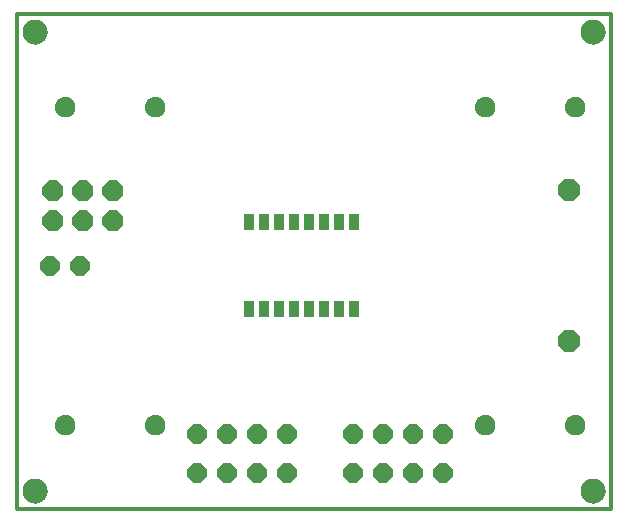
<source format=gbs>
G75*
%MOIN*%
%OFA0B0*%
%FSLAX25Y25*%
%IPPOS*%
%LPD*%
%AMOC8*
5,1,8,0,0,1.08239X$1,22.5*
%
%ADD10C,0.00000*%
%ADD11C,0.08274*%
%ADD12C,0.01200*%
%ADD13OC8,0.06400*%
%ADD14C,0.03500*%
%ADD15OC8,0.07000*%
%ADD16OC8,0.07400*%
%ADD17R,0.03400X0.05400*%
D10*
X0003863Y0007800D02*
X0003865Y0007925D01*
X0003871Y0008050D01*
X0003881Y0008174D01*
X0003895Y0008298D01*
X0003912Y0008422D01*
X0003934Y0008545D01*
X0003960Y0008667D01*
X0003989Y0008789D01*
X0004022Y0008909D01*
X0004060Y0009028D01*
X0004100Y0009147D01*
X0004145Y0009263D01*
X0004193Y0009378D01*
X0004245Y0009492D01*
X0004301Y0009604D01*
X0004360Y0009714D01*
X0004422Y0009822D01*
X0004488Y0009929D01*
X0004557Y0010033D01*
X0004630Y0010134D01*
X0004705Y0010234D01*
X0004784Y0010331D01*
X0004866Y0010425D01*
X0004951Y0010517D01*
X0005038Y0010606D01*
X0005129Y0010692D01*
X0005222Y0010775D01*
X0005318Y0010856D01*
X0005416Y0010933D01*
X0005516Y0011007D01*
X0005619Y0011078D01*
X0005724Y0011145D01*
X0005832Y0011210D01*
X0005941Y0011270D01*
X0006052Y0011328D01*
X0006165Y0011381D01*
X0006279Y0011431D01*
X0006395Y0011478D01*
X0006512Y0011520D01*
X0006631Y0011559D01*
X0006751Y0011595D01*
X0006872Y0011626D01*
X0006994Y0011654D01*
X0007116Y0011677D01*
X0007240Y0011697D01*
X0007364Y0011713D01*
X0007488Y0011725D01*
X0007613Y0011733D01*
X0007738Y0011737D01*
X0007862Y0011737D01*
X0007987Y0011733D01*
X0008112Y0011725D01*
X0008236Y0011713D01*
X0008360Y0011697D01*
X0008484Y0011677D01*
X0008606Y0011654D01*
X0008728Y0011626D01*
X0008849Y0011595D01*
X0008969Y0011559D01*
X0009088Y0011520D01*
X0009205Y0011478D01*
X0009321Y0011431D01*
X0009435Y0011381D01*
X0009548Y0011328D01*
X0009659Y0011270D01*
X0009769Y0011210D01*
X0009876Y0011145D01*
X0009981Y0011078D01*
X0010084Y0011007D01*
X0010184Y0010933D01*
X0010282Y0010856D01*
X0010378Y0010775D01*
X0010471Y0010692D01*
X0010562Y0010606D01*
X0010649Y0010517D01*
X0010734Y0010425D01*
X0010816Y0010331D01*
X0010895Y0010234D01*
X0010970Y0010134D01*
X0011043Y0010033D01*
X0011112Y0009929D01*
X0011178Y0009822D01*
X0011240Y0009714D01*
X0011299Y0009604D01*
X0011355Y0009492D01*
X0011407Y0009378D01*
X0011455Y0009263D01*
X0011500Y0009147D01*
X0011540Y0009028D01*
X0011578Y0008909D01*
X0011611Y0008789D01*
X0011640Y0008667D01*
X0011666Y0008545D01*
X0011688Y0008422D01*
X0011705Y0008298D01*
X0011719Y0008174D01*
X0011729Y0008050D01*
X0011735Y0007925D01*
X0011737Y0007800D01*
X0011735Y0007675D01*
X0011729Y0007550D01*
X0011719Y0007426D01*
X0011705Y0007302D01*
X0011688Y0007178D01*
X0011666Y0007055D01*
X0011640Y0006933D01*
X0011611Y0006811D01*
X0011578Y0006691D01*
X0011540Y0006572D01*
X0011500Y0006453D01*
X0011455Y0006337D01*
X0011407Y0006222D01*
X0011355Y0006108D01*
X0011299Y0005996D01*
X0011240Y0005886D01*
X0011178Y0005778D01*
X0011112Y0005671D01*
X0011043Y0005567D01*
X0010970Y0005466D01*
X0010895Y0005366D01*
X0010816Y0005269D01*
X0010734Y0005175D01*
X0010649Y0005083D01*
X0010562Y0004994D01*
X0010471Y0004908D01*
X0010378Y0004825D01*
X0010282Y0004744D01*
X0010184Y0004667D01*
X0010084Y0004593D01*
X0009981Y0004522D01*
X0009876Y0004455D01*
X0009768Y0004390D01*
X0009659Y0004330D01*
X0009548Y0004272D01*
X0009435Y0004219D01*
X0009321Y0004169D01*
X0009205Y0004122D01*
X0009088Y0004080D01*
X0008969Y0004041D01*
X0008849Y0004005D01*
X0008728Y0003974D01*
X0008606Y0003946D01*
X0008484Y0003923D01*
X0008360Y0003903D01*
X0008236Y0003887D01*
X0008112Y0003875D01*
X0007987Y0003867D01*
X0007862Y0003863D01*
X0007738Y0003863D01*
X0007613Y0003867D01*
X0007488Y0003875D01*
X0007364Y0003887D01*
X0007240Y0003903D01*
X0007116Y0003923D01*
X0006994Y0003946D01*
X0006872Y0003974D01*
X0006751Y0004005D01*
X0006631Y0004041D01*
X0006512Y0004080D01*
X0006395Y0004122D01*
X0006279Y0004169D01*
X0006165Y0004219D01*
X0006052Y0004272D01*
X0005941Y0004330D01*
X0005831Y0004390D01*
X0005724Y0004455D01*
X0005619Y0004522D01*
X0005516Y0004593D01*
X0005416Y0004667D01*
X0005318Y0004744D01*
X0005222Y0004825D01*
X0005129Y0004908D01*
X0005038Y0004994D01*
X0004951Y0005083D01*
X0004866Y0005175D01*
X0004784Y0005269D01*
X0004705Y0005366D01*
X0004630Y0005466D01*
X0004557Y0005567D01*
X0004488Y0005671D01*
X0004422Y0005778D01*
X0004360Y0005886D01*
X0004301Y0005996D01*
X0004245Y0006108D01*
X0004193Y0006222D01*
X0004145Y0006337D01*
X0004100Y0006453D01*
X0004060Y0006572D01*
X0004022Y0006691D01*
X0003989Y0006811D01*
X0003960Y0006933D01*
X0003934Y0007055D01*
X0003912Y0007178D01*
X0003895Y0007302D01*
X0003881Y0007426D01*
X0003871Y0007550D01*
X0003865Y0007675D01*
X0003863Y0007800D01*
X0003863Y0160800D02*
X0003865Y0160925D01*
X0003871Y0161050D01*
X0003881Y0161174D01*
X0003895Y0161298D01*
X0003912Y0161422D01*
X0003934Y0161545D01*
X0003960Y0161667D01*
X0003989Y0161789D01*
X0004022Y0161909D01*
X0004060Y0162028D01*
X0004100Y0162147D01*
X0004145Y0162263D01*
X0004193Y0162378D01*
X0004245Y0162492D01*
X0004301Y0162604D01*
X0004360Y0162714D01*
X0004422Y0162822D01*
X0004488Y0162929D01*
X0004557Y0163033D01*
X0004630Y0163134D01*
X0004705Y0163234D01*
X0004784Y0163331D01*
X0004866Y0163425D01*
X0004951Y0163517D01*
X0005038Y0163606D01*
X0005129Y0163692D01*
X0005222Y0163775D01*
X0005318Y0163856D01*
X0005416Y0163933D01*
X0005516Y0164007D01*
X0005619Y0164078D01*
X0005724Y0164145D01*
X0005832Y0164210D01*
X0005941Y0164270D01*
X0006052Y0164328D01*
X0006165Y0164381D01*
X0006279Y0164431D01*
X0006395Y0164478D01*
X0006512Y0164520D01*
X0006631Y0164559D01*
X0006751Y0164595D01*
X0006872Y0164626D01*
X0006994Y0164654D01*
X0007116Y0164677D01*
X0007240Y0164697D01*
X0007364Y0164713D01*
X0007488Y0164725D01*
X0007613Y0164733D01*
X0007738Y0164737D01*
X0007862Y0164737D01*
X0007987Y0164733D01*
X0008112Y0164725D01*
X0008236Y0164713D01*
X0008360Y0164697D01*
X0008484Y0164677D01*
X0008606Y0164654D01*
X0008728Y0164626D01*
X0008849Y0164595D01*
X0008969Y0164559D01*
X0009088Y0164520D01*
X0009205Y0164478D01*
X0009321Y0164431D01*
X0009435Y0164381D01*
X0009548Y0164328D01*
X0009659Y0164270D01*
X0009769Y0164210D01*
X0009876Y0164145D01*
X0009981Y0164078D01*
X0010084Y0164007D01*
X0010184Y0163933D01*
X0010282Y0163856D01*
X0010378Y0163775D01*
X0010471Y0163692D01*
X0010562Y0163606D01*
X0010649Y0163517D01*
X0010734Y0163425D01*
X0010816Y0163331D01*
X0010895Y0163234D01*
X0010970Y0163134D01*
X0011043Y0163033D01*
X0011112Y0162929D01*
X0011178Y0162822D01*
X0011240Y0162714D01*
X0011299Y0162604D01*
X0011355Y0162492D01*
X0011407Y0162378D01*
X0011455Y0162263D01*
X0011500Y0162147D01*
X0011540Y0162028D01*
X0011578Y0161909D01*
X0011611Y0161789D01*
X0011640Y0161667D01*
X0011666Y0161545D01*
X0011688Y0161422D01*
X0011705Y0161298D01*
X0011719Y0161174D01*
X0011729Y0161050D01*
X0011735Y0160925D01*
X0011737Y0160800D01*
X0011735Y0160675D01*
X0011729Y0160550D01*
X0011719Y0160426D01*
X0011705Y0160302D01*
X0011688Y0160178D01*
X0011666Y0160055D01*
X0011640Y0159933D01*
X0011611Y0159811D01*
X0011578Y0159691D01*
X0011540Y0159572D01*
X0011500Y0159453D01*
X0011455Y0159337D01*
X0011407Y0159222D01*
X0011355Y0159108D01*
X0011299Y0158996D01*
X0011240Y0158886D01*
X0011178Y0158778D01*
X0011112Y0158671D01*
X0011043Y0158567D01*
X0010970Y0158466D01*
X0010895Y0158366D01*
X0010816Y0158269D01*
X0010734Y0158175D01*
X0010649Y0158083D01*
X0010562Y0157994D01*
X0010471Y0157908D01*
X0010378Y0157825D01*
X0010282Y0157744D01*
X0010184Y0157667D01*
X0010084Y0157593D01*
X0009981Y0157522D01*
X0009876Y0157455D01*
X0009768Y0157390D01*
X0009659Y0157330D01*
X0009548Y0157272D01*
X0009435Y0157219D01*
X0009321Y0157169D01*
X0009205Y0157122D01*
X0009088Y0157080D01*
X0008969Y0157041D01*
X0008849Y0157005D01*
X0008728Y0156974D01*
X0008606Y0156946D01*
X0008484Y0156923D01*
X0008360Y0156903D01*
X0008236Y0156887D01*
X0008112Y0156875D01*
X0007987Y0156867D01*
X0007862Y0156863D01*
X0007738Y0156863D01*
X0007613Y0156867D01*
X0007488Y0156875D01*
X0007364Y0156887D01*
X0007240Y0156903D01*
X0007116Y0156923D01*
X0006994Y0156946D01*
X0006872Y0156974D01*
X0006751Y0157005D01*
X0006631Y0157041D01*
X0006512Y0157080D01*
X0006395Y0157122D01*
X0006279Y0157169D01*
X0006165Y0157219D01*
X0006052Y0157272D01*
X0005941Y0157330D01*
X0005831Y0157390D01*
X0005724Y0157455D01*
X0005619Y0157522D01*
X0005516Y0157593D01*
X0005416Y0157667D01*
X0005318Y0157744D01*
X0005222Y0157825D01*
X0005129Y0157908D01*
X0005038Y0157994D01*
X0004951Y0158083D01*
X0004866Y0158175D01*
X0004784Y0158269D01*
X0004705Y0158366D01*
X0004630Y0158466D01*
X0004557Y0158567D01*
X0004488Y0158671D01*
X0004422Y0158778D01*
X0004360Y0158886D01*
X0004301Y0158996D01*
X0004245Y0159108D01*
X0004193Y0159222D01*
X0004145Y0159337D01*
X0004100Y0159453D01*
X0004060Y0159572D01*
X0004022Y0159691D01*
X0003989Y0159811D01*
X0003960Y0159933D01*
X0003934Y0160055D01*
X0003912Y0160178D01*
X0003895Y0160302D01*
X0003881Y0160426D01*
X0003871Y0160550D01*
X0003865Y0160675D01*
X0003863Y0160800D01*
X0189863Y0160800D02*
X0189865Y0160925D01*
X0189871Y0161050D01*
X0189881Y0161174D01*
X0189895Y0161298D01*
X0189912Y0161422D01*
X0189934Y0161545D01*
X0189960Y0161667D01*
X0189989Y0161789D01*
X0190022Y0161909D01*
X0190060Y0162028D01*
X0190100Y0162147D01*
X0190145Y0162263D01*
X0190193Y0162378D01*
X0190245Y0162492D01*
X0190301Y0162604D01*
X0190360Y0162714D01*
X0190422Y0162822D01*
X0190488Y0162929D01*
X0190557Y0163033D01*
X0190630Y0163134D01*
X0190705Y0163234D01*
X0190784Y0163331D01*
X0190866Y0163425D01*
X0190951Y0163517D01*
X0191038Y0163606D01*
X0191129Y0163692D01*
X0191222Y0163775D01*
X0191318Y0163856D01*
X0191416Y0163933D01*
X0191516Y0164007D01*
X0191619Y0164078D01*
X0191724Y0164145D01*
X0191832Y0164210D01*
X0191941Y0164270D01*
X0192052Y0164328D01*
X0192165Y0164381D01*
X0192279Y0164431D01*
X0192395Y0164478D01*
X0192512Y0164520D01*
X0192631Y0164559D01*
X0192751Y0164595D01*
X0192872Y0164626D01*
X0192994Y0164654D01*
X0193116Y0164677D01*
X0193240Y0164697D01*
X0193364Y0164713D01*
X0193488Y0164725D01*
X0193613Y0164733D01*
X0193738Y0164737D01*
X0193862Y0164737D01*
X0193987Y0164733D01*
X0194112Y0164725D01*
X0194236Y0164713D01*
X0194360Y0164697D01*
X0194484Y0164677D01*
X0194606Y0164654D01*
X0194728Y0164626D01*
X0194849Y0164595D01*
X0194969Y0164559D01*
X0195088Y0164520D01*
X0195205Y0164478D01*
X0195321Y0164431D01*
X0195435Y0164381D01*
X0195548Y0164328D01*
X0195659Y0164270D01*
X0195769Y0164210D01*
X0195876Y0164145D01*
X0195981Y0164078D01*
X0196084Y0164007D01*
X0196184Y0163933D01*
X0196282Y0163856D01*
X0196378Y0163775D01*
X0196471Y0163692D01*
X0196562Y0163606D01*
X0196649Y0163517D01*
X0196734Y0163425D01*
X0196816Y0163331D01*
X0196895Y0163234D01*
X0196970Y0163134D01*
X0197043Y0163033D01*
X0197112Y0162929D01*
X0197178Y0162822D01*
X0197240Y0162714D01*
X0197299Y0162604D01*
X0197355Y0162492D01*
X0197407Y0162378D01*
X0197455Y0162263D01*
X0197500Y0162147D01*
X0197540Y0162028D01*
X0197578Y0161909D01*
X0197611Y0161789D01*
X0197640Y0161667D01*
X0197666Y0161545D01*
X0197688Y0161422D01*
X0197705Y0161298D01*
X0197719Y0161174D01*
X0197729Y0161050D01*
X0197735Y0160925D01*
X0197737Y0160800D01*
X0197735Y0160675D01*
X0197729Y0160550D01*
X0197719Y0160426D01*
X0197705Y0160302D01*
X0197688Y0160178D01*
X0197666Y0160055D01*
X0197640Y0159933D01*
X0197611Y0159811D01*
X0197578Y0159691D01*
X0197540Y0159572D01*
X0197500Y0159453D01*
X0197455Y0159337D01*
X0197407Y0159222D01*
X0197355Y0159108D01*
X0197299Y0158996D01*
X0197240Y0158886D01*
X0197178Y0158778D01*
X0197112Y0158671D01*
X0197043Y0158567D01*
X0196970Y0158466D01*
X0196895Y0158366D01*
X0196816Y0158269D01*
X0196734Y0158175D01*
X0196649Y0158083D01*
X0196562Y0157994D01*
X0196471Y0157908D01*
X0196378Y0157825D01*
X0196282Y0157744D01*
X0196184Y0157667D01*
X0196084Y0157593D01*
X0195981Y0157522D01*
X0195876Y0157455D01*
X0195768Y0157390D01*
X0195659Y0157330D01*
X0195548Y0157272D01*
X0195435Y0157219D01*
X0195321Y0157169D01*
X0195205Y0157122D01*
X0195088Y0157080D01*
X0194969Y0157041D01*
X0194849Y0157005D01*
X0194728Y0156974D01*
X0194606Y0156946D01*
X0194484Y0156923D01*
X0194360Y0156903D01*
X0194236Y0156887D01*
X0194112Y0156875D01*
X0193987Y0156867D01*
X0193862Y0156863D01*
X0193738Y0156863D01*
X0193613Y0156867D01*
X0193488Y0156875D01*
X0193364Y0156887D01*
X0193240Y0156903D01*
X0193116Y0156923D01*
X0192994Y0156946D01*
X0192872Y0156974D01*
X0192751Y0157005D01*
X0192631Y0157041D01*
X0192512Y0157080D01*
X0192395Y0157122D01*
X0192279Y0157169D01*
X0192165Y0157219D01*
X0192052Y0157272D01*
X0191941Y0157330D01*
X0191831Y0157390D01*
X0191724Y0157455D01*
X0191619Y0157522D01*
X0191516Y0157593D01*
X0191416Y0157667D01*
X0191318Y0157744D01*
X0191222Y0157825D01*
X0191129Y0157908D01*
X0191038Y0157994D01*
X0190951Y0158083D01*
X0190866Y0158175D01*
X0190784Y0158269D01*
X0190705Y0158366D01*
X0190630Y0158466D01*
X0190557Y0158567D01*
X0190488Y0158671D01*
X0190422Y0158778D01*
X0190360Y0158886D01*
X0190301Y0158996D01*
X0190245Y0159108D01*
X0190193Y0159222D01*
X0190145Y0159337D01*
X0190100Y0159453D01*
X0190060Y0159572D01*
X0190022Y0159691D01*
X0189989Y0159811D01*
X0189960Y0159933D01*
X0189934Y0160055D01*
X0189912Y0160178D01*
X0189895Y0160302D01*
X0189881Y0160426D01*
X0189871Y0160550D01*
X0189865Y0160675D01*
X0189863Y0160800D01*
X0189863Y0007800D02*
X0189865Y0007925D01*
X0189871Y0008050D01*
X0189881Y0008174D01*
X0189895Y0008298D01*
X0189912Y0008422D01*
X0189934Y0008545D01*
X0189960Y0008667D01*
X0189989Y0008789D01*
X0190022Y0008909D01*
X0190060Y0009028D01*
X0190100Y0009147D01*
X0190145Y0009263D01*
X0190193Y0009378D01*
X0190245Y0009492D01*
X0190301Y0009604D01*
X0190360Y0009714D01*
X0190422Y0009822D01*
X0190488Y0009929D01*
X0190557Y0010033D01*
X0190630Y0010134D01*
X0190705Y0010234D01*
X0190784Y0010331D01*
X0190866Y0010425D01*
X0190951Y0010517D01*
X0191038Y0010606D01*
X0191129Y0010692D01*
X0191222Y0010775D01*
X0191318Y0010856D01*
X0191416Y0010933D01*
X0191516Y0011007D01*
X0191619Y0011078D01*
X0191724Y0011145D01*
X0191832Y0011210D01*
X0191941Y0011270D01*
X0192052Y0011328D01*
X0192165Y0011381D01*
X0192279Y0011431D01*
X0192395Y0011478D01*
X0192512Y0011520D01*
X0192631Y0011559D01*
X0192751Y0011595D01*
X0192872Y0011626D01*
X0192994Y0011654D01*
X0193116Y0011677D01*
X0193240Y0011697D01*
X0193364Y0011713D01*
X0193488Y0011725D01*
X0193613Y0011733D01*
X0193738Y0011737D01*
X0193862Y0011737D01*
X0193987Y0011733D01*
X0194112Y0011725D01*
X0194236Y0011713D01*
X0194360Y0011697D01*
X0194484Y0011677D01*
X0194606Y0011654D01*
X0194728Y0011626D01*
X0194849Y0011595D01*
X0194969Y0011559D01*
X0195088Y0011520D01*
X0195205Y0011478D01*
X0195321Y0011431D01*
X0195435Y0011381D01*
X0195548Y0011328D01*
X0195659Y0011270D01*
X0195769Y0011210D01*
X0195876Y0011145D01*
X0195981Y0011078D01*
X0196084Y0011007D01*
X0196184Y0010933D01*
X0196282Y0010856D01*
X0196378Y0010775D01*
X0196471Y0010692D01*
X0196562Y0010606D01*
X0196649Y0010517D01*
X0196734Y0010425D01*
X0196816Y0010331D01*
X0196895Y0010234D01*
X0196970Y0010134D01*
X0197043Y0010033D01*
X0197112Y0009929D01*
X0197178Y0009822D01*
X0197240Y0009714D01*
X0197299Y0009604D01*
X0197355Y0009492D01*
X0197407Y0009378D01*
X0197455Y0009263D01*
X0197500Y0009147D01*
X0197540Y0009028D01*
X0197578Y0008909D01*
X0197611Y0008789D01*
X0197640Y0008667D01*
X0197666Y0008545D01*
X0197688Y0008422D01*
X0197705Y0008298D01*
X0197719Y0008174D01*
X0197729Y0008050D01*
X0197735Y0007925D01*
X0197737Y0007800D01*
X0197735Y0007675D01*
X0197729Y0007550D01*
X0197719Y0007426D01*
X0197705Y0007302D01*
X0197688Y0007178D01*
X0197666Y0007055D01*
X0197640Y0006933D01*
X0197611Y0006811D01*
X0197578Y0006691D01*
X0197540Y0006572D01*
X0197500Y0006453D01*
X0197455Y0006337D01*
X0197407Y0006222D01*
X0197355Y0006108D01*
X0197299Y0005996D01*
X0197240Y0005886D01*
X0197178Y0005778D01*
X0197112Y0005671D01*
X0197043Y0005567D01*
X0196970Y0005466D01*
X0196895Y0005366D01*
X0196816Y0005269D01*
X0196734Y0005175D01*
X0196649Y0005083D01*
X0196562Y0004994D01*
X0196471Y0004908D01*
X0196378Y0004825D01*
X0196282Y0004744D01*
X0196184Y0004667D01*
X0196084Y0004593D01*
X0195981Y0004522D01*
X0195876Y0004455D01*
X0195768Y0004390D01*
X0195659Y0004330D01*
X0195548Y0004272D01*
X0195435Y0004219D01*
X0195321Y0004169D01*
X0195205Y0004122D01*
X0195088Y0004080D01*
X0194969Y0004041D01*
X0194849Y0004005D01*
X0194728Y0003974D01*
X0194606Y0003946D01*
X0194484Y0003923D01*
X0194360Y0003903D01*
X0194236Y0003887D01*
X0194112Y0003875D01*
X0193987Y0003867D01*
X0193862Y0003863D01*
X0193738Y0003863D01*
X0193613Y0003867D01*
X0193488Y0003875D01*
X0193364Y0003887D01*
X0193240Y0003903D01*
X0193116Y0003923D01*
X0192994Y0003946D01*
X0192872Y0003974D01*
X0192751Y0004005D01*
X0192631Y0004041D01*
X0192512Y0004080D01*
X0192395Y0004122D01*
X0192279Y0004169D01*
X0192165Y0004219D01*
X0192052Y0004272D01*
X0191941Y0004330D01*
X0191831Y0004390D01*
X0191724Y0004455D01*
X0191619Y0004522D01*
X0191516Y0004593D01*
X0191416Y0004667D01*
X0191318Y0004744D01*
X0191222Y0004825D01*
X0191129Y0004908D01*
X0191038Y0004994D01*
X0190951Y0005083D01*
X0190866Y0005175D01*
X0190784Y0005269D01*
X0190705Y0005366D01*
X0190630Y0005466D01*
X0190557Y0005567D01*
X0190488Y0005671D01*
X0190422Y0005778D01*
X0190360Y0005886D01*
X0190301Y0005996D01*
X0190245Y0006108D01*
X0190193Y0006222D01*
X0190145Y0006337D01*
X0190100Y0006453D01*
X0190060Y0006572D01*
X0190022Y0006691D01*
X0189989Y0006811D01*
X0189960Y0006933D01*
X0189934Y0007055D01*
X0189912Y0007178D01*
X0189895Y0007302D01*
X0189881Y0007426D01*
X0189871Y0007550D01*
X0189865Y0007675D01*
X0189863Y0007800D01*
D11*
X0193800Y0007800D03*
X0193800Y0160800D03*
X0007800Y0160800D03*
X0007800Y0007800D03*
D12*
X0001800Y0001800D02*
X0001800Y0166800D01*
X0199800Y0166800D01*
X0199800Y0001800D01*
X0001800Y0001800D01*
D13*
X0061800Y0013800D03*
X0071800Y0013800D03*
X0081800Y0013800D03*
X0091800Y0013800D03*
X0091800Y0026800D03*
X0081800Y0026800D03*
X0071800Y0026800D03*
X0061800Y0026800D03*
X0113800Y0026800D03*
X0123800Y0026800D03*
X0133800Y0026800D03*
X0143800Y0026800D03*
X0143800Y0013800D03*
X0133800Y0013800D03*
X0123800Y0013800D03*
X0113800Y0013800D03*
X0022800Y0082800D03*
X0012800Y0082800D03*
D14*
X0016219Y0135800D02*
X0016221Y0135879D01*
X0016227Y0135959D01*
X0016237Y0136038D01*
X0016251Y0136116D01*
X0016269Y0136193D01*
X0016290Y0136270D01*
X0016316Y0136345D01*
X0016345Y0136419D01*
X0016378Y0136491D01*
X0016415Y0136562D01*
X0016455Y0136630D01*
X0016498Y0136697D01*
X0016545Y0136761D01*
X0016595Y0136823D01*
X0016648Y0136882D01*
X0016703Y0136939D01*
X0016762Y0136992D01*
X0016823Y0137043D01*
X0016887Y0137091D01*
X0016953Y0137135D01*
X0017021Y0137176D01*
X0017091Y0137213D01*
X0017163Y0137247D01*
X0017237Y0137277D01*
X0017311Y0137304D01*
X0017388Y0137326D01*
X0017465Y0137345D01*
X0017543Y0137360D01*
X0017622Y0137371D01*
X0017701Y0137378D01*
X0017780Y0137381D01*
X0017860Y0137380D01*
X0017939Y0137375D01*
X0018018Y0137366D01*
X0018096Y0137353D01*
X0018174Y0137336D01*
X0018251Y0137315D01*
X0018326Y0137291D01*
X0018400Y0137263D01*
X0018473Y0137231D01*
X0018544Y0137195D01*
X0018613Y0137156D01*
X0018680Y0137113D01*
X0018745Y0137067D01*
X0018808Y0137018D01*
X0018868Y0136966D01*
X0018925Y0136911D01*
X0018979Y0136853D01*
X0019031Y0136792D01*
X0019079Y0136729D01*
X0019124Y0136664D01*
X0019166Y0136596D01*
X0019204Y0136527D01*
X0019239Y0136455D01*
X0019270Y0136382D01*
X0019297Y0136307D01*
X0019321Y0136232D01*
X0019341Y0136155D01*
X0019357Y0136077D01*
X0019369Y0135998D01*
X0019377Y0135919D01*
X0019381Y0135840D01*
X0019381Y0135760D01*
X0019377Y0135681D01*
X0019369Y0135602D01*
X0019357Y0135523D01*
X0019341Y0135445D01*
X0019321Y0135368D01*
X0019297Y0135293D01*
X0019270Y0135218D01*
X0019239Y0135145D01*
X0019204Y0135073D01*
X0019166Y0135004D01*
X0019124Y0134936D01*
X0019079Y0134871D01*
X0019031Y0134808D01*
X0018979Y0134747D01*
X0018925Y0134689D01*
X0018868Y0134634D01*
X0018808Y0134582D01*
X0018745Y0134533D01*
X0018680Y0134487D01*
X0018613Y0134444D01*
X0018544Y0134405D01*
X0018473Y0134369D01*
X0018400Y0134337D01*
X0018326Y0134309D01*
X0018251Y0134285D01*
X0018174Y0134264D01*
X0018096Y0134247D01*
X0018018Y0134234D01*
X0017939Y0134225D01*
X0017860Y0134220D01*
X0017780Y0134219D01*
X0017701Y0134222D01*
X0017622Y0134229D01*
X0017543Y0134240D01*
X0017465Y0134255D01*
X0017388Y0134274D01*
X0017311Y0134296D01*
X0017237Y0134323D01*
X0017163Y0134353D01*
X0017091Y0134387D01*
X0017021Y0134424D01*
X0016953Y0134465D01*
X0016887Y0134509D01*
X0016823Y0134557D01*
X0016762Y0134608D01*
X0016703Y0134661D01*
X0016648Y0134718D01*
X0016595Y0134777D01*
X0016545Y0134839D01*
X0016498Y0134903D01*
X0016455Y0134970D01*
X0016415Y0135038D01*
X0016378Y0135109D01*
X0016345Y0135181D01*
X0016316Y0135255D01*
X0016290Y0135330D01*
X0016269Y0135407D01*
X0016251Y0135484D01*
X0016237Y0135562D01*
X0016227Y0135641D01*
X0016221Y0135721D01*
X0016219Y0135800D01*
X0046219Y0135800D02*
X0046221Y0135879D01*
X0046227Y0135959D01*
X0046237Y0136038D01*
X0046251Y0136116D01*
X0046269Y0136193D01*
X0046290Y0136270D01*
X0046316Y0136345D01*
X0046345Y0136419D01*
X0046378Y0136491D01*
X0046415Y0136562D01*
X0046455Y0136630D01*
X0046498Y0136697D01*
X0046545Y0136761D01*
X0046595Y0136823D01*
X0046648Y0136882D01*
X0046703Y0136939D01*
X0046762Y0136992D01*
X0046823Y0137043D01*
X0046887Y0137091D01*
X0046953Y0137135D01*
X0047021Y0137176D01*
X0047091Y0137213D01*
X0047163Y0137247D01*
X0047237Y0137277D01*
X0047311Y0137304D01*
X0047388Y0137326D01*
X0047465Y0137345D01*
X0047543Y0137360D01*
X0047622Y0137371D01*
X0047701Y0137378D01*
X0047780Y0137381D01*
X0047860Y0137380D01*
X0047939Y0137375D01*
X0048018Y0137366D01*
X0048096Y0137353D01*
X0048174Y0137336D01*
X0048251Y0137315D01*
X0048326Y0137291D01*
X0048400Y0137263D01*
X0048473Y0137231D01*
X0048544Y0137195D01*
X0048613Y0137156D01*
X0048680Y0137113D01*
X0048745Y0137067D01*
X0048808Y0137018D01*
X0048868Y0136966D01*
X0048925Y0136911D01*
X0048979Y0136853D01*
X0049031Y0136792D01*
X0049079Y0136729D01*
X0049124Y0136664D01*
X0049166Y0136596D01*
X0049204Y0136527D01*
X0049239Y0136455D01*
X0049270Y0136382D01*
X0049297Y0136307D01*
X0049321Y0136232D01*
X0049341Y0136155D01*
X0049357Y0136077D01*
X0049369Y0135998D01*
X0049377Y0135919D01*
X0049381Y0135840D01*
X0049381Y0135760D01*
X0049377Y0135681D01*
X0049369Y0135602D01*
X0049357Y0135523D01*
X0049341Y0135445D01*
X0049321Y0135368D01*
X0049297Y0135293D01*
X0049270Y0135218D01*
X0049239Y0135145D01*
X0049204Y0135073D01*
X0049166Y0135004D01*
X0049124Y0134936D01*
X0049079Y0134871D01*
X0049031Y0134808D01*
X0048979Y0134747D01*
X0048925Y0134689D01*
X0048868Y0134634D01*
X0048808Y0134582D01*
X0048745Y0134533D01*
X0048680Y0134487D01*
X0048613Y0134444D01*
X0048544Y0134405D01*
X0048473Y0134369D01*
X0048400Y0134337D01*
X0048326Y0134309D01*
X0048251Y0134285D01*
X0048174Y0134264D01*
X0048096Y0134247D01*
X0048018Y0134234D01*
X0047939Y0134225D01*
X0047860Y0134220D01*
X0047780Y0134219D01*
X0047701Y0134222D01*
X0047622Y0134229D01*
X0047543Y0134240D01*
X0047465Y0134255D01*
X0047388Y0134274D01*
X0047311Y0134296D01*
X0047237Y0134323D01*
X0047163Y0134353D01*
X0047091Y0134387D01*
X0047021Y0134424D01*
X0046953Y0134465D01*
X0046887Y0134509D01*
X0046823Y0134557D01*
X0046762Y0134608D01*
X0046703Y0134661D01*
X0046648Y0134718D01*
X0046595Y0134777D01*
X0046545Y0134839D01*
X0046498Y0134903D01*
X0046455Y0134970D01*
X0046415Y0135038D01*
X0046378Y0135109D01*
X0046345Y0135181D01*
X0046316Y0135255D01*
X0046290Y0135330D01*
X0046269Y0135407D01*
X0046251Y0135484D01*
X0046237Y0135562D01*
X0046227Y0135641D01*
X0046221Y0135721D01*
X0046219Y0135800D01*
X0156219Y0135800D02*
X0156221Y0135879D01*
X0156227Y0135959D01*
X0156237Y0136038D01*
X0156251Y0136116D01*
X0156269Y0136193D01*
X0156290Y0136270D01*
X0156316Y0136345D01*
X0156345Y0136419D01*
X0156378Y0136491D01*
X0156415Y0136562D01*
X0156455Y0136630D01*
X0156498Y0136697D01*
X0156545Y0136761D01*
X0156595Y0136823D01*
X0156648Y0136882D01*
X0156703Y0136939D01*
X0156762Y0136992D01*
X0156823Y0137043D01*
X0156887Y0137091D01*
X0156953Y0137135D01*
X0157021Y0137176D01*
X0157091Y0137213D01*
X0157163Y0137247D01*
X0157237Y0137277D01*
X0157311Y0137304D01*
X0157388Y0137326D01*
X0157465Y0137345D01*
X0157543Y0137360D01*
X0157622Y0137371D01*
X0157701Y0137378D01*
X0157780Y0137381D01*
X0157860Y0137380D01*
X0157939Y0137375D01*
X0158018Y0137366D01*
X0158096Y0137353D01*
X0158174Y0137336D01*
X0158251Y0137315D01*
X0158326Y0137291D01*
X0158400Y0137263D01*
X0158473Y0137231D01*
X0158544Y0137195D01*
X0158613Y0137156D01*
X0158680Y0137113D01*
X0158745Y0137067D01*
X0158808Y0137018D01*
X0158868Y0136966D01*
X0158925Y0136911D01*
X0158979Y0136853D01*
X0159031Y0136792D01*
X0159079Y0136729D01*
X0159124Y0136664D01*
X0159166Y0136596D01*
X0159204Y0136527D01*
X0159239Y0136455D01*
X0159270Y0136382D01*
X0159297Y0136307D01*
X0159321Y0136232D01*
X0159341Y0136155D01*
X0159357Y0136077D01*
X0159369Y0135998D01*
X0159377Y0135919D01*
X0159381Y0135840D01*
X0159381Y0135760D01*
X0159377Y0135681D01*
X0159369Y0135602D01*
X0159357Y0135523D01*
X0159341Y0135445D01*
X0159321Y0135368D01*
X0159297Y0135293D01*
X0159270Y0135218D01*
X0159239Y0135145D01*
X0159204Y0135073D01*
X0159166Y0135004D01*
X0159124Y0134936D01*
X0159079Y0134871D01*
X0159031Y0134808D01*
X0158979Y0134747D01*
X0158925Y0134689D01*
X0158868Y0134634D01*
X0158808Y0134582D01*
X0158745Y0134533D01*
X0158680Y0134487D01*
X0158613Y0134444D01*
X0158544Y0134405D01*
X0158473Y0134369D01*
X0158400Y0134337D01*
X0158326Y0134309D01*
X0158251Y0134285D01*
X0158174Y0134264D01*
X0158096Y0134247D01*
X0158018Y0134234D01*
X0157939Y0134225D01*
X0157860Y0134220D01*
X0157780Y0134219D01*
X0157701Y0134222D01*
X0157622Y0134229D01*
X0157543Y0134240D01*
X0157465Y0134255D01*
X0157388Y0134274D01*
X0157311Y0134296D01*
X0157237Y0134323D01*
X0157163Y0134353D01*
X0157091Y0134387D01*
X0157021Y0134424D01*
X0156953Y0134465D01*
X0156887Y0134509D01*
X0156823Y0134557D01*
X0156762Y0134608D01*
X0156703Y0134661D01*
X0156648Y0134718D01*
X0156595Y0134777D01*
X0156545Y0134839D01*
X0156498Y0134903D01*
X0156455Y0134970D01*
X0156415Y0135038D01*
X0156378Y0135109D01*
X0156345Y0135181D01*
X0156316Y0135255D01*
X0156290Y0135330D01*
X0156269Y0135407D01*
X0156251Y0135484D01*
X0156237Y0135562D01*
X0156227Y0135641D01*
X0156221Y0135721D01*
X0156219Y0135800D01*
X0186219Y0135800D02*
X0186221Y0135879D01*
X0186227Y0135959D01*
X0186237Y0136038D01*
X0186251Y0136116D01*
X0186269Y0136193D01*
X0186290Y0136270D01*
X0186316Y0136345D01*
X0186345Y0136419D01*
X0186378Y0136491D01*
X0186415Y0136562D01*
X0186455Y0136630D01*
X0186498Y0136697D01*
X0186545Y0136761D01*
X0186595Y0136823D01*
X0186648Y0136882D01*
X0186703Y0136939D01*
X0186762Y0136992D01*
X0186823Y0137043D01*
X0186887Y0137091D01*
X0186953Y0137135D01*
X0187021Y0137176D01*
X0187091Y0137213D01*
X0187163Y0137247D01*
X0187237Y0137277D01*
X0187311Y0137304D01*
X0187388Y0137326D01*
X0187465Y0137345D01*
X0187543Y0137360D01*
X0187622Y0137371D01*
X0187701Y0137378D01*
X0187780Y0137381D01*
X0187860Y0137380D01*
X0187939Y0137375D01*
X0188018Y0137366D01*
X0188096Y0137353D01*
X0188174Y0137336D01*
X0188251Y0137315D01*
X0188326Y0137291D01*
X0188400Y0137263D01*
X0188473Y0137231D01*
X0188544Y0137195D01*
X0188613Y0137156D01*
X0188680Y0137113D01*
X0188745Y0137067D01*
X0188808Y0137018D01*
X0188868Y0136966D01*
X0188925Y0136911D01*
X0188979Y0136853D01*
X0189031Y0136792D01*
X0189079Y0136729D01*
X0189124Y0136664D01*
X0189166Y0136596D01*
X0189204Y0136527D01*
X0189239Y0136455D01*
X0189270Y0136382D01*
X0189297Y0136307D01*
X0189321Y0136232D01*
X0189341Y0136155D01*
X0189357Y0136077D01*
X0189369Y0135998D01*
X0189377Y0135919D01*
X0189381Y0135840D01*
X0189381Y0135760D01*
X0189377Y0135681D01*
X0189369Y0135602D01*
X0189357Y0135523D01*
X0189341Y0135445D01*
X0189321Y0135368D01*
X0189297Y0135293D01*
X0189270Y0135218D01*
X0189239Y0135145D01*
X0189204Y0135073D01*
X0189166Y0135004D01*
X0189124Y0134936D01*
X0189079Y0134871D01*
X0189031Y0134808D01*
X0188979Y0134747D01*
X0188925Y0134689D01*
X0188868Y0134634D01*
X0188808Y0134582D01*
X0188745Y0134533D01*
X0188680Y0134487D01*
X0188613Y0134444D01*
X0188544Y0134405D01*
X0188473Y0134369D01*
X0188400Y0134337D01*
X0188326Y0134309D01*
X0188251Y0134285D01*
X0188174Y0134264D01*
X0188096Y0134247D01*
X0188018Y0134234D01*
X0187939Y0134225D01*
X0187860Y0134220D01*
X0187780Y0134219D01*
X0187701Y0134222D01*
X0187622Y0134229D01*
X0187543Y0134240D01*
X0187465Y0134255D01*
X0187388Y0134274D01*
X0187311Y0134296D01*
X0187237Y0134323D01*
X0187163Y0134353D01*
X0187091Y0134387D01*
X0187021Y0134424D01*
X0186953Y0134465D01*
X0186887Y0134509D01*
X0186823Y0134557D01*
X0186762Y0134608D01*
X0186703Y0134661D01*
X0186648Y0134718D01*
X0186595Y0134777D01*
X0186545Y0134839D01*
X0186498Y0134903D01*
X0186455Y0134970D01*
X0186415Y0135038D01*
X0186378Y0135109D01*
X0186345Y0135181D01*
X0186316Y0135255D01*
X0186290Y0135330D01*
X0186269Y0135407D01*
X0186251Y0135484D01*
X0186237Y0135562D01*
X0186227Y0135641D01*
X0186221Y0135721D01*
X0186219Y0135800D01*
X0186219Y0029800D02*
X0186221Y0029879D01*
X0186227Y0029959D01*
X0186237Y0030038D01*
X0186251Y0030116D01*
X0186269Y0030193D01*
X0186290Y0030270D01*
X0186316Y0030345D01*
X0186345Y0030419D01*
X0186378Y0030491D01*
X0186415Y0030562D01*
X0186455Y0030630D01*
X0186498Y0030697D01*
X0186545Y0030761D01*
X0186595Y0030823D01*
X0186648Y0030882D01*
X0186703Y0030939D01*
X0186762Y0030992D01*
X0186823Y0031043D01*
X0186887Y0031091D01*
X0186953Y0031135D01*
X0187021Y0031176D01*
X0187091Y0031213D01*
X0187163Y0031247D01*
X0187237Y0031277D01*
X0187311Y0031304D01*
X0187388Y0031326D01*
X0187465Y0031345D01*
X0187543Y0031360D01*
X0187622Y0031371D01*
X0187701Y0031378D01*
X0187780Y0031381D01*
X0187860Y0031380D01*
X0187939Y0031375D01*
X0188018Y0031366D01*
X0188096Y0031353D01*
X0188174Y0031336D01*
X0188251Y0031315D01*
X0188326Y0031291D01*
X0188400Y0031263D01*
X0188473Y0031231D01*
X0188544Y0031195D01*
X0188613Y0031156D01*
X0188680Y0031113D01*
X0188745Y0031067D01*
X0188808Y0031018D01*
X0188868Y0030966D01*
X0188925Y0030911D01*
X0188979Y0030853D01*
X0189031Y0030792D01*
X0189079Y0030729D01*
X0189124Y0030664D01*
X0189166Y0030596D01*
X0189204Y0030527D01*
X0189239Y0030455D01*
X0189270Y0030382D01*
X0189297Y0030307D01*
X0189321Y0030232D01*
X0189341Y0030155D01*
X0189357Y0030077D01*
X0189369Y0029998D01*
X0189377Y0029919D01*
X0189381Y0029840D01*
X0189381Y0029760D01*
X0189377Y0029681D01*
X0189369Y0029602D01*
X0189357Y0029523D01*
X0189341Y0029445D01*
X0189321Y0029368D01*
X0189297Y0029293D01*
X0189270Y0029218D01*
X0189239Y0029145D01*
X0189204Y0029073D01*
X0189166Y0029004D01*
X0189124Y0028936D01*
X0189079Y0028871D01*
X0189031Y0028808D01*
X0188979Y0028747D01*
X0188925Y0028689D01*
X0188868Y0028634D01*
X0188808Y0028582D01*
X0188745Y0028533D01*
X0188680Y0028487D01*
X0188613Y0028444D01*
X0188544Y0028405D01*
X0188473Y0028369D01*
X0188400Y0028337D01*
X0188326Y0028309D01*
X0188251Y0028285D01*
X0188174Y0028264D01*
X0188096Y0028247D01*
X0188018Y0028234D01*
X0187939Y0028225D01*
X0187860Y0028220D01*
X0187780Y0028219D01*
X0187701Y0028222D01*
X0187622Y0028229D01*
X0187543Y0028240D01*
X0187465Y0028255D01*
X0187388Y0028274D01*
X0187311Y0028296D01*
X0187237Y0028323D01*
X0187163Y0028353D01*
X0187091Y0028387D01*
X0187021Y0028424D01*
X0186953Y0028465D01*
X0186887Y0028509D01*
X0186823Y0028557D01*
X0186762Y0028608D01*
X0186703Y0028661D01*
X0186648Y0028718D01*
X0186595Y0028777D01*
X0186545Y0028839D01*
X0186498Y0028903D01*
X0186455Y0028970D01*
X0186415Y0029038D01*
X0186378Y0029109D01*
X0186345Y0029181D01*
X0186316Y0029255D01*
X0186290Y0029330D01*
X0186269Y0029407D01*
X0186251Y0029484D01*
X0186237Y0029562D01*
X0186227Y0029641D01*
X0186221Y0029721D01*
X0186219Y0029800D01*
X0156219Y0029800D02*
X0156221Y0029879D01*
X0156227Y0029959D01*
X0156237Y0030038D01*
X0156251Y0030116D01*
X0156269Y0030193D01*
X0156290Y0030270D01*
X0156316Y0030345D01*
X0156345Y0030419D01*
X0156378Y0030491D01*
X0156415Y0030562D01*
X0156455Y0030630D01*
X0156498Y0030697D01*
X0156545Y0030761D01*
X0156595Y0030823D01*
X0156648Y0030882D01*
X0156703Y0030939D01*
X0156762Y0030992D01*
X0156823Y0031043D01*
X0156887Y0031091D01*
X0156953Y0031135D01*
X0157021Y0031176D01*
X0157091Y0031213D01*
X0157163Y0031247D01*
X0157237Y0031277D01*
X0157311Y0031304D01*
X0157388Y0031326D01*
X0157465Y0031345D01*
X0157543Y0031360D01*
X0157622Y0031371D01*
X0157701Y0031378D01*
X0157780Y0031381D01*
X0157860Y0031380D01*
X0157939Y0031375D01*
X0158018Y0031366D01*
X0158096Y0031353D01*
X0158174Y0031336D01*
X0158251Y0031315D01*
X0158326Y0031291D01*
X0158400Y0031263D01*
X0158473Y0031231D01*
X0158544Y0031195D01*
X0158613Y0031156D01*
X0158680Y0031113D01*
X0158745Y0031067D01*
X0158808Y0031018D01*
X0158868Y0030966D01*
X0158925Y0030911D01*
X0158979Y0030853D01*
X0159031Y0030792D01*
X0159079Y0030729D01*
X0159124Y0030664D01*
X0159166Y0030596D01*
X0159204Y0030527D01*
X0159239Y0030455D01*
X0159270Y0030382D01*
X0159297Y0030307D01*
X0159321Y0030232D01*
X0159341Y0030155D01*
X0159357Y0030077D01*
X0159369Y0029998D01*
X0159377Y0029919D01*
X0159381Y0029840D01*
X0159381Y0029760D01*
X0159377Y0029681D01*
X0159369Y0029602D01*
X0159357Y0029523D01*
X0159341Y0029445D01*
X0159321Y0029368D01*
X0159297Y0029293D01*
X0159270Y0029218D01*
X0159239Y0029145D01*
X0159204Y0029073D01*
X0159166Y0029004D01*
X0159124Y0028936D01*
X0159079Y0028871D01*
X0159031Y0028808D01*
X0158979Y0028747D01*
X0158925Y0028689D01*
X0158868Y0028634D01*
X0158808Y0028582D01*
X0158745Y0028533D01*
X0158680Y0028487D01*
X0158613Y0028444D01*
X0158544Y0028405D01*
X0158473Y0028369D01*
X0158400Y0028337D01*
X0158326Y0028309D01*
X0158251Y0028285D01*
X0158174Y0028264D01*
X0158096Y0028247D01*
X0158018Y0028234D01*
X0157939Y0028225D01*
X0157860Y0028220D01*
X0157780Y0028219D01*
X0157701Y0028222D01*
X0157622Y0028229D01*
X0157543Y0028240D01*
X0157465Y0028255D01*
X0157388Y0028274D01*
X0157311Y0028296D01*
X0157237Y0028323D01*
X0157163Y0028353D01*
X0157091Y0028387D01*
X0157021Y0028424D01*
X0156953Y0028465D01*
X0156887Y0028509D01*
X0156823Y0028557D01*
X0156762Y0028608D01*
X0156703Y0028661D01*
X0156648Y0028718D01*
X0156595Y0028777D01*
X0156545Y0028839D01*
X0156498Y0028903D01*
X0156455Y0028970D01*
X0156415Y0029038D01*
X0156378Y0029109D01*
X0156345Y0029181D01*
X0156316Y0029255D01*
X0156290Y0029330D01*
X0156269Y0029407D01*
X0156251Y0029484D01*
X0156237Y0029562D01*
X0156227Y0029641D01*
X0156221Y0029721D01*
X0156219Y0029800D01*
X0046219Y0029800D02*
X0046221Y0029879D01*
X0046227Y0029959D01*
X0046237Y0030038D01*
X0046251Y0030116D01*
X0046269Y0030193D01*
X0046290Y0030270D01*
X0046316Y0030345D01*
X0046345Y0030419D01*
X0046378Y0030491D01*
X0046415Y0030562D01*
X0046455Y0030630D01*
X0046498Y0030697D01*
X0046545Y0030761D01*
X0046595Y0030823D01*
X0046648Y0030882D01*
X0046703Y0030939D01*
X0046762Y0030992D01*
X0046823Y0031043D01*
X0046887Y0031091D01*
X0046953Y0031135D01*
X0047021Y0031176D01*
X0047091Y0031213D01*
X0047163Y0031247D01*
X0047237Y0031277D01*
X0047311Y0031304D01*
X0047388Y0031326D01*
X0047465Y0031345D01*
X0047543Y0031360D01*
X0047622Y0031371D01*
X0047701Y0031378D01*
X0047780Y0031381D01*
X0047860Y0031380D01*
X0047939Y0031375D01*
X0048018Y0031366D01*
X0048096Y0031353D01*
X0048174Y0031336D01*
X0048251Y0031315D01*
X0048326Y0031291D01*
X0048400Y0031263D01*
X0048473Y0031231D01*
X0048544Y0031195D01*
X0048613Y0031156D01*
X0048680Y0031113D01*
X0048745Y0031067D01*
X0048808Y0031018D01*
X0048868Y0030966D01*
X0048925Y0030911D01*
X0048979Y0030853D01*
X0049031Y0030792D01*
X0049079Y0030729D01*
X0049124Y0030664D01*
X0049166Y0030596D01*
X0049204Y0030527D01*
X0049239Y0030455D01*
X0049270Y0030382D01*
X0049297Y0030307D01*
X0049321Y0030232D01*
X0049341Y0030155D01*
X0049357Y0030077D01*
X0049369Y0029998D01*
X0049377Y0029919D01*
X0049381Y0029840D01*
X0049381Y0029760D01*
X0049377Y0029681D01*
X0049369Y0029602D01*
X0049357Y0029523D01*
X0049341Y0029445D01*
X0049321Y0029368D01*
X0049297Y0029293D01*
X0049270Y0029218D01*
X0049239Y0029145D01*
X0049204Y0029073D01*
X0049166Y0029004D01*
X0049124Y0028936D01*
X0049079Y0028871D01*
X0049031Y0028808D01*
X0048979Y0028747D01*
X0048925Y0028689D01*
X0048868Y0028634D01*
X0048808Y0028582D01*
X0048745Y0028533D01*
X0048680Y0028487D01*
X0048613Y0028444D01*
X0048544Y0028405D01*
X0048473Y0028369D01*
X0048400Y0028337D01*
X0048326Y0028309D01*
X0048251Y0028285D01*
X0048174Y0028264D01*
X0048096Y0028247D01*
X0048018Y0028234D01*
X0047939Y0028225D01*
X0047860Y0028220D01*
X0047780Y0028219D01*
X0047701Y0028222D01*
X0047622Y0028229D01*
X0047543Y0028240D01*
X0047465Y0028255D01*
X0047388Y0028274D01*
X0047311Y0028296D01*
X0047237Y0028323D01*
X0047163Y0028353D01*
X0047091Y0028387D01*
X0047021Y0028424D01*
X0046953Y0028465D01*
X0046887Y0028509D01*
X0046823Y0028557D01*
X0046762Y0028608D01*
X0046703Y0028661D01*
X0046648Y0028718D01*
X0046595Y0028777D01*
X0046545Y0028839D01*
X0046498Y0028903D01*
X0046455Y0028970D01*
X0046415Y0029038D01*
X0046378Y0029109D01*
X0046345Y0029181D01*
X0046316Y0029255D01*
X0046290Y0029330D01*
X0046269Y0029407D01*
X0046251Y0029484D01*
X0046237Y0029562D01*
X0046227Y0029641D01*
X0046221Y0029721D01*
X0046219Y0029800D01*
X0016219Y0029800D02*
X0016221Y0029879D01*
X0016227Y0029959D01*
X0016237Y0030038D01*
X0016251Y0030116D01*
X0016269Y0030193D01*
X0016290Y0030270D01*
X0016316Y0030345D01*
X0016345Y0030419D01*
X0016378Y0030491D01*
X0016415Y0030562D01*
X0016455Y0030630D01*
X0016498Y0030697D01*
X0016545Y0030761D01*
X0016595Y0030823D01*
X0016648Y0030882D01*
X0016703Y0030939D01*
X0016762Y0030992D01*
X0016823Y0031043D01*
X0016887Y0031091D01*
X0016953Y0031135D01*
X0017021Y0031176D01*
X0017091Y0031213D01*
X0017163Y0031247D01*
X0017237Y0031277D01*
X0017311Y0031304D01*
X0017388Y0031326D01*
X0017465Y0031345D01*
X0017543Y0031360D01*
X0017622Y0031371D01*
X0017701Y0031378D01*
X0017780Y0031381D01*
X0017860Y0031380D01*
X0017939Y0031375D01*
X0018018Y0031366D01*
X0018096Y0031353D01*
X0018174Y0031336D01*
X0018251Y0031315D01*
X0018326Y0031291D01*
X0018400Y0031263D01*
X0018473Y0031231D01*
X0018544Y0031195D01*
X0018613Y0031156D01*
X0018680Y0031113D01*
X0018745Y0031067D01*
X0018808Y0031018D01*
X0018868Y0030966D01*
X0018925Y0030911D01*
X0018979Y0030853D01*
X0019031Y0030792D01*
X0019079Y0030729D01*
X0019124Y0030664D01*
X0019166Y0030596D01*
X0019204Y0030527D01*
X0019239Y0030455D01*
X0019270Y0030382D01*
X0019297Y0030307D01*
X0019321Y0030232D01*
X0019341Y0030155D01*
X0019357Y0030077D01*
X0019369Y0029998D01*
X0019377Y0029919D01*
X0019381Y0029840D01*
X0019381Y0029760D01*
X0019377Y0029681D01*
X0019369Y0029602D01*
X0019357Y0029523D01*
X0019341Y0029445D01*
X0019321Y0029368D01*
X0019297Y0029293D01*
X0019270Y0029218D01*
X0019239Y0029145D01*
X0019204Y0029073D01*
X0019166Y0029004D01*
X0019124Y0028936D01*
X0019079Y0028871D01*
X0019031Y0028808D01*
X0018979Y0028747D01*
X0018925Y0028689D01*
X0018868Y0028634D01*
X0018808Y0028582D01*
X0018745Y0028533D01*
X0018680Y0028487D01*
X0018613Y0028444D01*
X0018544Y0028405D01*
X0018473Y0028369D01*
X0018400Y0028337D01*
X0018326Y0028309D01*
X0018251Y0028285D01*
X0018174Y0028264D01*
X0018096Y0028247D01*
X0018018Y0028234D01*
X0017939Y0028225D01*
X0017860Y0028220D01*
X0017780Y0028219D01*
X0017701Y0028222D01*
X0017622Y0028229D01*
X0017543Y0028240D01*
X0017465Y0028255D01*
X0017388Y0028274D01*
X0017311Y0028296D01*
X0017237Y0028323D01*
X0017163Y0028353D01*
X0017091Y0028387D01*
X0017021Y0028424D01*
X0016953Y0028465D01*
X0016887Y0028509D01*
X0016823Y0028557D01*
X0016762Y0028608D01*
X0016703Y0028661D01*
X0016648Y0028718D01*
X0016595Y0028777D01*
X0016545Y0028839D01*
X0016498Y0028903D01*
X0016455Y0028970D01*
X0016415Y0029038D01*
X0016378Y0029109D01*
X0016345Y0029181D01*
X0016316Y0029255D01*
X0016290Y0029330D01*
X0016269Y0029407D01*
X0016251Y0029484D01*
X0016237Y0029562D01*
X0016227Y0029641D01*
X0016221Y0029721D01*
X0016219Y0029800D01*
D15*
X0013800Y0097800D03*
X0013800Y0107800D03*
X0023800Y0107800D03*
X0023800Y0097800D03*
X0033800Y0097800D03*
X0033800Y0107800D03*
D16*
X0185800Y0107997D03*
X0185800Y0057603D03*
D17*
X0114300Y0068233D03*
X0109300Y0068233D03*
X0104300Y0068233D03*
X0099300Y0068233D03*
X0094300Y0068233D03*
X0089300Y0068233D03*
X0084300Y0068233D03*
X0079300Y0068233D03*
X0079300Y0097367D03*
X0084300Y0097367D03*
X0089300Y0097367D03*
X0094300Y0097367D03*
X0099300Y0097367D03*
X0104300Y0097367D03*
X0109300Y0097367D03*
X0114300Y0097367D03*
M02*

</source>
